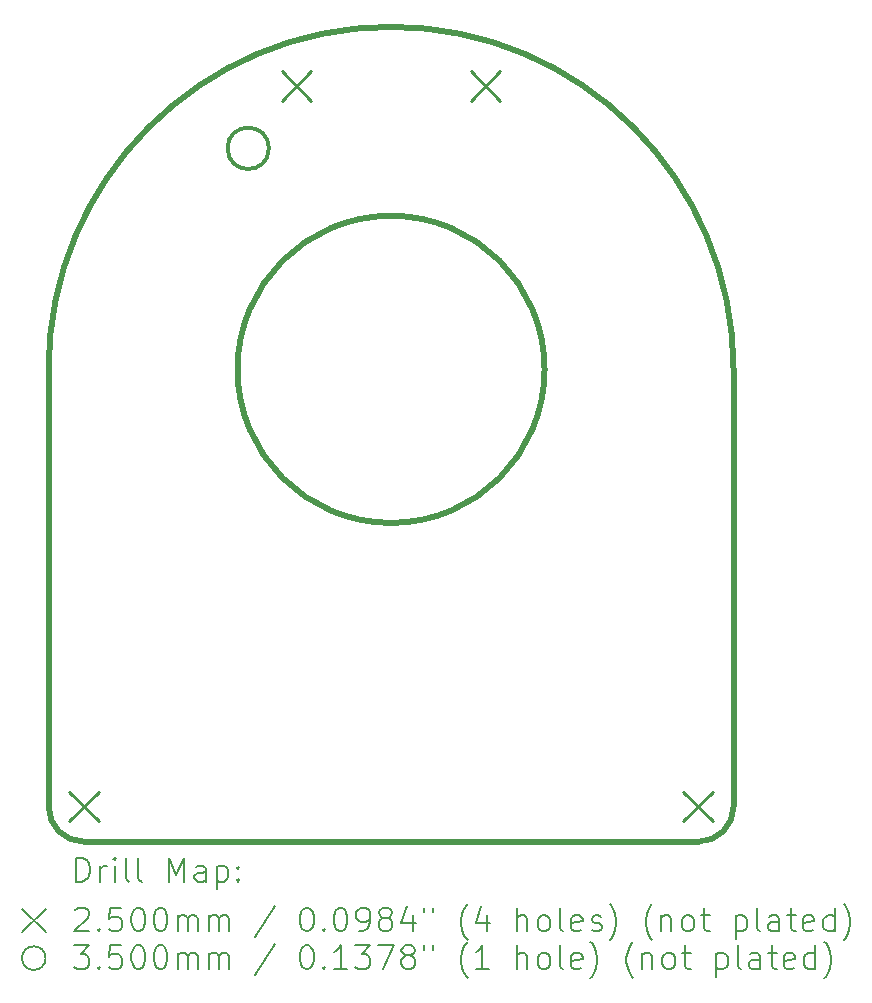
<source format=gbr>
%TF.GenerationSoftware,KiCad,Pcbnew,7.0.8*%
%TF.CreationDate,2024-02-21T14:15:14-03:00*%
%TF.ProjectId,Lidar PCB,4c696461-7220-4504-9342-2e6b69636164,1.0*%
%TF.SameCoordinates,Original*%
%TF.FileFunction,Drillmap*%
%TF.FilePolarity,Positive*%
%FSLAX45Y45*%
G04 Gerber Fmt 4.5, Leading zero omitted, Abs format (unit mm)*
G04 Created by KiCad (PCBNEW 7.0.8) date 2024-02-21 14:15:14*
%MOMM*%
%LPD*%
G01*
G04 APERTURE LIST*
%ADD10C,0.500000*%
%ADD11C,0.200000*%
%ADD12C,0.250000*%
%ADD13C,0.350000*%
G04 APERTURE END LIST*
D10*
X17600000Y-9000000D02*
G75*
G03*
X14700000Y-6100000I-2900000J0D01*
G01*
X16000000Y-9000000D02*
G75*
G03*
X16000000Y-9000000I-1300000J0D01*
G01*
X14700000Y-6100000D02*
G75*
G03*
X11800000Y-9000000I0J-2900000D01*
G01*
X11800000Y-12700000D02*
X11800000Y-9000000D01*
X11800000Y-12700000D02*
G75*
G03*
X12100000Y-13000000I300000J0D01*
G01*
X17300000Y-13000000D02*
X12100000Y-13000000D01*
X17300000Y-13000000D02*
G75*
G03*
X17600000Y-12700000I0J300000D01*
G01*
X17600000Y-12700000D02*
X17600000Y-9000000D01*
D11*
D12*
X11975000Y-12575000D02*
X12225000Y-12825000D01*
X12225000Y-12575000D02*
X11975000Y-12825000D01*
X13775000Y-6475000D02*
X14025000Y-6725000D01*
X14025000Y-6475000D02*
X13775000Y-6725000D01*
X15375000Y-6475000D02*
X15625000Y-6725000D01*
X15625000Y-6475000D02*
X15375000Y-6725000D01*
X17175000Y-12575000D02*
X17425000Y-12825000D01*
X17425000Y-12575000D02*
X17175000Y-12825000D01*
D13*
X13665600Y-7128943D02*
G75*
G03*
X13665600Y-7128943I-175000J0D01*
G01*
D11*
X12035777Y-13336484D02*
X12035777Y-13136484D01*
X12035777Y-13136484D02*
X12083396Y-13136484D01*
X12083396Y-13136484D02*
X12111967Y-13146008D01*
X12111967Y-13146008D02*
X12131015Y-13165055D01*
X12131015Y-13165055D02*
X12140539Y-13184103D01*
X12140539Y-13184103D02*
X12150062Y-13222198D01*
X12150062Y-13222198D02*
X12150062Y-13250769D01*
X12150062Y-13250769D02*
X12140539Y-13288865D01*
X12140539Y-13288865D02*
X12131015Y-13307912D01*
X12131015Y-13307912D02*
X12111967Y-13326960D01*
X12111967Y-13326960D02*
X12083396Y-13336484D01*
X12083396Y-13336484D02*
X12035777Y-13336484D01*
X12235777Y-13336484D02*
X12235777Y-13203150D01*
X12235777Y-13241246D02*
X12245301Y-13222198D01*
X12245301Y-13222198D02*
X12254824Y-13212674D01*
X12254824Y-13212674D02*
X12273872Y-13203150D01*
X12273872Y-13203150D02*
X12292920Y-13203150D01*
X12359586Y-13336484D02*
X12359586Y-13203150D01*
X12359586Y-13136484D02*
X12350062Y-13146008D01*
X12350062Y-13146008D02*
X12359586Y-13155531D01*
X12359586Y-13155531D02*
X12369110Y-13146008D01*
X12369110Y-13146008D02*
X12359586Y-13136484D01*
X12359586Y-13136484D02*
X12359586Y-13155531D01*
X12483396Y-13336484D02*
X12464348Y-13326960D01*
X12464348Y-13326960D02*
X12454824Y-13307912D01*
X12454824Y-13307912D02*
X12454824Y-13136484D01*
X12588158Y-13336484D02*
X12569110Y-13326960D01*
X12569110Y-13326960D02*
X12559586Y-13307912D01*
X12559586Y-13307912D02*
X12559586Y-13136484D01*
X12816729Y-13336484D02*
X12816729Y-13136484D01*
X12816729Y-13136484D02*
X12883396Y-13279341D01*
X12883396Y-13279341D02*
X12950062Y-13136484D01*
X12950062Y-13136484D02*
X12950062Y-13336484D01*
X13131015Y-13336484D02*
X13131015Y-13231722D01*
X13131015Y-13231722D02*
X13121491Y-13212674D01*
X13121491Y-13212674D02*
X13102443Y-13203150D01*
X13102443Y-13203150D02*
X13064348Y-13203150D01*
X13064348Y-13203150D02*
X13045301Y-13212674D01*
X13131015Y-13326960D02*
X13111967Y-13336484D01*
X13111967Y-13336484D02*
X13064348Y-13336484D01*
X13064348Y-13336484D02*
X13045301Y-13326960D01*
X13045301Y-13326960D02*
X13035777Y-13307912D01*
X13035777Y-13307912D02*
X13035777Y-13288865D01*
X13035777Y-13288865D02*
X13045301Y-13269817D01*
X13045301Y-13269817D02*
X13064348Y-13260293D01*
X13064348Y-13260293D02*
X13111967Y-13260293D01*
X13111967Y-13260293D02*
X13131015Y-13250769D01*
X13226253Y-13203150D02*
X13226253Y-13403150D01*
X13226253Y-13212674D02*
X13245301Y-13203150D01*
X13245301Y-13203150D02*
X13283396Y-13203150D01*
X13283396Y-13203150D02*
X13302443Y-13212674D01*
X13302443Y-13212674D02*
X13311967Y-13222198D01*
X13311967Y-13222198D02*
X13321491Y-13241246D01*
X13321491Y-13241246D02*
X13321491Y-13298388D01*
X13321491Y-13298388D02*
X13311967Y-13317436D01*
X13311967Y-13317436D02*
X13302443Y-13326960D01*
X13302443Y-13326960D02*
X13283396Y-13336484D01*
X13283396Y-13336484D02*
X13245301Y-13336484D01*
X13245301Y-13336484D02*
X13226253Y-13326960D01*
X13407205Y-13317436D02*
X13416729Y-13326960D01*
X13416729Y-13326960D02*
X13407205Y-13336484D01*
X13407205Y-13336484D02*
X13397682Y-13326960D01*
X13397682Y-13326960D02*
X13407205Y-13317436D01*
X13407205Y-13317436D02*
X13407205Y-13336484D01*
X13407205Y-13212674D02*
X13416729Y-13222198D01*
X13416729Y-13222198D02*
X13407205Y-13231722D01*
X13407205Y-13231722D02*
X13397682Y-13222198D01*
X13397682Y-13222198D02*
X13407205Y-13212674D01*
X13407205Y-13212674D02*
X13407205Y-13231722D01*
X11575000Y-13565000D02*
X11775000Y-13765000D01*
X11775000Y-13565000D02*
X11575000Y-13765000D01*
X12026253Y-13575531D02*
X12035777Y-13566008D01*
X12035777Y-13566008D02*
X12054824Y-13556484D01*
X12054824Y-13556484D02*
X12102443Y-13556484D01*
X12102443Y-13556484D02*
X12121491Y-13566008D01*
X12121491Y-13566008D02*
X12131015Y-13575531D01*
X12131015Y-13575531D02*
X12140539Y-13594579D01*
X12140539Y-13594579D02*
X12140539Y-13613627D01*
X12140539Y-13613627D02*
X12131015Y-13642198D01*
X12131015Y-13642198D02*
X12016729Y-13756484D01*
X12016729Y-13756484D02*
X12140539Y-13756484D01*
X12226253Y-13737436D02*
X12235777Y-13746960D01*
X12235777Y-13746960D02*
X12226253Y-13756484D01*
X12226253Y-13756484D02*
X12216729Y-13746960D01*
X12216729Y-13746960D02*
X12226253Y-13737436D01*
X12226253Y-13737436D02*
X12226253Y-13756484D01*
X12416729Y-13556484D02*
X12321491Y-13556484D01*
X12321491Y-13556484D02*
X12311967Y-13651722D01*
X12311967Y-13651722D02*
X12321491Y-13642198D01*
X12321491Y-13642198D02*
X12340539Y-13632674D01*
X12340539Y-13632674D02*
X12388158Y-13632674D01*
X12388158Y-13632674D02*
X12407205Y-13642198D01*
X12407205Y-13642198D02*
X12416729Y-13651722D01*
X12416729Y-13651722D02*
X12426253Y-13670769D01*
X12426253Y-13670769D02*
X12426253Y-13718388D01*
X12426253Y-13718388D02*
X12416729Y-13737436D01*
X12416729Y-13737436D02*
X12407205Y-13746960D01*
X12407205Y-13746960D02*
X12388158Y-13756484D01*
X12388158Y-13756484D02*
X12340539Y-13756484D01*
X12340539Y-13756484D02*
X12321491Y-13746960D01*
X12321491Y-13746960D02*
X12311967Y-13737436D01*
X12550062Y-13556484D02*
X12569110Y-13556484D01*
X12569110Y-13556484D02*
X12588158Y-13566008D01*
X12588158Y-13566008D02*
X12597682Y-13575531D01*
X12597682Y-13575531D02*
X12607205Y-13594579D01*
X12607205Y-13594579D02*
X12616729Y-13632674D01*
X12616729Y-13632674D02*
X12616729Y-13680293D01*
X12616729Y-13680293D02*
X12607205Y-13718388D01*
X12607205Y-13718388D02*
X12597682Y-13737436D01*
X12597682Y-13737436D02*
X12588158Y-13746960D01*
X12588158Y-13746960D02*
X12569110Y-13756484D01*
X12569110Y-13756484D02*
X12550062Y-13756484D01*
X12550062Y-13756484D02*
X12531015Y-13746960D01*
X12531015Y-13746960D02*
X12521491Y-13737436D01*
X12521491Y-13737436D02*
X12511967Y-13718388D01*
X12511967Y-13718388D02*
X12502443Y-13680293D01*
X12502443Y-13680293D02*
X12502443Y-13632674D01*
X12502443Y-13632674D02*
X12511967Y-13594579D01*
X12511967Y-13594579D02*
X12521491Y-13575531D01*
X12521491Y-13575531D02*
X12531015Y-13566008D01*
X12531015Y-13566008D02*
X12550062Y-13556484D01*
X12740539Y-13556484D02*
X12759586Y-13556484D01*
X12759586Y-13556484D02*
X12778634Y-13566008D01*
X12778634Y-13566008D02*
X12788158Y-13575531D01*
X12788158Y-13575531D02*
X12797682Y-13594579D01*
X12797682Y-13594579D02*
X12807205Y-13632674D01*
X12807205Y-13632674D02*
X12807205Y-13680293D01*
X12807205Y-13680293D02*
X12797682Y-13718388D01*
X12797682Y-13718388D02*
X12788158Y-13737436D01*
X12788158Y-13737436D02*
X12778634Y-13746960D01*
X12778634Y-13746960D02*
X12759586Y-13756484D01*
X12759586Y-13756484D02*
X12740539Y-13756484D01*
X12740539Y-13756484D02*
X12721491Y-13746960D01*
X12721491Y-13746960D02*
X12711967Y-13737436D01*
X12711967Y-13737436D02*
X12702443Y-13718388D01*
X12702443Y-13718388D02*
X12692920Y-13680293D01*
X12692920Y-13680293D02*
X12692920Y-13632674D01*
X12692920Y-13632674D02*
X12702443Y-13594579D01*
X12702443Y-13594579D02*
X12711967Y-13575531D01*
X12711967Y-13575531D02*
X12721491Y-13566008D01*
X12721491Y-13566008D02*
X12740539Y-13556484D01*
X12892920Y-13756484D02*
X12892920Y-13623150D01*
X12892920Y-13642198D02*
X12902443Y-13632674D01*
X12902443Y-13632674D02*
X12921491Y-13623150D01*
X12921491Y-13623150D02*
X12950063Y-13623150D01*
X12950063Y-13623150D02*
X12969110Y-13632674D01*
X12969110Y-13632674D02*
X12978634Y-13651722D01*
X12978634Y-13651722D02*
X12978634Y-13756484D01*
X12978634Y-13651722D02*
X12988158Y-13632674D01*
X12988158Y-13632674D02*
X13007205Y-13623150D01*
X13007205Y-13623150D02*
X13035777Y-13623150D01*
X13035777Y-13623150D02*
X13054824Y-13632674D01*
X13054824Y-13632674D02*
X13064348Y-13651722D01*
X13064348Y-13651722D02*
X13064348Y-13756484D01*
X13159586Y-13756484D02*
X13159586Y-13623150D01*
X13159586Y-13642198D02*
X13169110Y-13632674D01*
X13169110Y-13632674D02*
X13188158Y-13623150D01*
X13188158Y-13623150D02*
X13216729Y-13623150D01*
X13216729Y-13623150D02*
X13235777Y-13632674D01*
X13235777Y-13632674D02*
X13245301Y-13651722D01*
X13245301Y-13651722D02*
X13245301Y-13756484D01*
X13245301Y-13651722D02*
X13254824Y-13632674D01*
X13254824Y-13632674D02*
X13273872Y-13623150D01*
X13273872Y-13623150D02*
X13302443Y-13623150D01*
X13302443Y-13623150D02*
X13321491Y-13632674D01*
X13321491Y-13632674D02*
X13331015Y-13651722D01*
X13331015Y-13651722D02*
X13331015Y-13756484D01*
X13721491Y-13546960D02*
X13550063Y-13804103D01*
X13978634Y-13556484D02*
X13997682Y-13556484D01*
X13997682Y-13556484D02*
X14016729Y-13566008D01*
X14016729Y-13566008D02*
X14026253Y-13575531D01*
X14026253Y-13575531D02*
X14035777Y-13594579D01*
X14035777Y-13594579D02*
X14045301Y-13632674D01*
X14045301Y-13632674D02*
X14045301Y-13680293D01*
X14045301Y-13680293D02*
X14035777Y-13718388D01*
X14035777Y-13718388D02*
X14026253Y-13737436D01*
X14026253Y-13737436D02*
X14016729Y-13746960D01*
X14016729Y-13746960D02*
X13997682Y-13756484D01*
X13997682Y-13756484D02*
X13978634Y-13756484D01*
X13978634Y-13756484D02*
X13959586Y-13746960D01*
X13959586Y-13746960D02*
X13950063Y-13737436D01*
X13950063Y-13737436D02*
X13940539Y-13718388D01*
X13940539Y-13718388D02*
X13931015Y-13680293D01*
X13931015Y-13680293D02*
X13931015Y-13632674D01*
X13931015Y-13632674D02*
X13940539Y-13594579D01*
X13940539Y-13594579D02*
X13950063Y-13575531D01*
X13950063Y-13575531D02*
X13959586Y-13566008D01*
X13959586Y-13566008D02*
X13978634Y-13556484D01*
X14131015Y-13737436D02*
X14140539Y-13746960D01*
X14140539Y-13746960D02*
X14131015Y-13756484D01*
X14131015Y-13756484D02*
X14121491Y-13746960D01*
X14121491Y-13746960D02*
X14131015Y-13737436D01*
X14131015Y-13737436D02*
X14131015Y-13756484D01*
X14264348Y-13556484D02*
X14283396Y-13556484D01*
X14283396Y-13556484D02*
X14302444Y-13566008D01*
X14302444Y-13566008D02*
X14311967Y-13575531D01*
X14311967Y-13575531D02*
X14321491Y-13594579D01*
X14321491Y-13594579D02*
X14331015Y-13632674D01*
X14331015Y-13632674D02*
X14331015Y-13680293D01*
X14331015Y-13680293D02*
X14321491Y-13718388D01*
X14321491Y-13718388D02*
X14311967Y-13737436D01*
X14311967Y-13737436D02*
X14302444Y-13746960D01*
X14302444Y-13746960D02*
X14283396Y-13756484D01*
X14283396Y-13756484D02*
X14264348Y-13756484D01*
X14264348Y-13756484D02*
X14245301Y-13746960D01*
X14245301Y-13746960D02*
X14235777Y-13737436D01*
X14235777Y-13737436D02*
X14226253Y-13718388D01*
X14226253Y-13718388D02*
X14216729Y-13680293D01*
X14216729Y-13680293D02*
X14216729Y-13632674D01*
X14216729Y-13632674D02*
X14226253Y-13594579D01*
X14226253Y-13594579D02*
X14235777Y-13575531D01*
X14235777Y-13575531D02*
X14245301Y-13566008D01*
X14245301Y-13566008D02*
X14264348Y-13556484D01*
X14426253Y-13756484D02*
X14464348Y-13756484D01*
X14464348Y-13756484D02*
X14483396Y-13746960D01*
X14483396Y-13746960D02*
X14492920Y-13737436D01*
X14492920Y-13737436D02*
X14511967Y-13708865D01*
X14511967Y-13708865D02*
X14521491Y-13670769D01*
X14521491Y-13670769D02*
X14521491Y-13594579D01*
X14521491Y-13594579D02*
X14511967Y-13575531D01*
X14511967Y-13575531D02*
X14502444Y-13566008D01*
X14502444Y-13566008D02*
X14483396Y-13556484D01*
X14483396Y-13556484D02*
X14445301Y-13556484D01*
X14445301Y-13556484D02*
X14426253Y-13566008D01*
X14426253Y-13566008D02*
X14416729Y-13575531D01*
X14416729Y-13575531D02*
X14407206Y-13594579D01*
X14407206Y-13594579D02*
X14407206Y-13642198D01*
X14407206Y-13642198D02*
X14416729Y-13661246D01*
X14416729Y-13661246D02*
X14426253Y-13670769D01*
X14426253Y-13670769D02*
X14445301Y-13680293D01*
X14445301Y-13680293D02*
X14483396Y-13680293D01*
X14483396Y-13680293D02*
X14502444Y-13670769D01*
X14502444Y-13670769D02*
X14511967Y-13661246D01*
X14511967Y-13661246D02*
X14521491Y-13642198D01*
X14635777Y-13642198D02*
X14616729Y-13632674D01*
X14616729Y-13632674D02*
X14607206Y-13623150D01*
X14607206Y-13623150D02*
X14597682Y-13604103D01*
X14597682Y-13604103D02*
X14597682Y-13594579D01*
X14597682Y-13594579D02*
X14607206Y-13575531D01*
X14607206Y-13575531D02*
X14616729Y-13566008D01*
X14616729Y-13566008D02*
X14635777Y-13556484D01*
X14635777Y-13556484D02*
X14673872Y-13556484D01*
X14673872Y-13556484D02*
X14692920Y-13566008D01*
X14692920Y-13566008D02*
X14702444Y-13575531D01*
X14702444Y-13575531D02*
X14711967Y-13594579D01*
X14711967Y-13594579D02*
X14711967Y-13604103D01*
X14711967Y-13604103D02*
X14702444Y-13623150D01*
X14702444Y-13623150D02*
X14692920Y-13632674D01*
X14692920Y-13632674D02*
X14673872Y-13642198D01*
X14673872Y-13642198D02*
X14635777Y-13642198D01*
X14635777Y-13642198D02*
X14616729Y-13651722D01*
X14616729Y-13651722D02*
X14607206Y-13661246D01*
X14607206Y-13661246D02*
X14597682Y-13680293D01*
X14597682Y-13680293D02*
X14597682Y-13718388D01*
X14597682Y-13718388D02*
X14607206Y-13737436D01*
X14607206Y-13737436D02*
X14616729Y-13746960D01*
X14616729Y-13746960D02*
X14635777Y-13756484D01*
X14635777Y-13756484D02*
X14673872Y-13756484D01*
X14673872Y-13756484D02*
X14692920Y-13746960D01*
X14692920Y-13746960D02*
X14702444Y-13737436D01*
X14702444Y-13737436D02*
X14711967Y-13718388D01*
X14711967Y-13718388D02*
X14711967Y-13680293D01*
X14711967Y-13680293D02*
X14702444Y-13661246D01*
X14702444Y-13661246D02*
X14692920Y-13651722D01*
X14692920Y-13651722D02*
X14673872Y-13642198D01*
X14883396Y-13623150D02*
X14883396Y-13756484D01*
X14835777Y-13546960D02*
X14788158Y-13689817D01*
X14788158Y-13689817D02*
X14911967Y-13689817D01*
X14978634Y-13556484D02*
X14978634Y-13594579D01*
X15054825Y-13556484D02*
X15054825Y-13594579D01*
X15350063Y-13832674D02*
X15340539Y-13823150D01*
X15340539Y-13823150D02*
X15321491Y-13794579D01*
X15321491Y-13794579D02*
X15311968Y-13775531D01*
X15311968Y-13775531D02*
X15302444Y-13746960D01*
X15302444Y-13746960D02*
X15292920Y-13699341D01*
X15292920Y-13699341D02*
X15292920Y-13661246D01*
X15292920Y-13661246D02*
X15302444Y-13613627D01*
X15302444Y-13613627D02*
X15311968Y-13585055D01*
X15311968Y-13585055D02*
X15321491Y-13566008D01*
X15321491Y-13566008D02*
X15340539Y-13537436D01*
X15340539Y-13537436D02*
X15350063Y-13527912D01*
X15511968Y-13623150D02*
X15511968Y-13756484D01*
X15464348Y-13546960D02*
X15416729Y-13689817D01*
X15416729Y-13689817D02*
X15540539Y-13689817D01*
X15769110Y-13756484D02*
X15769110Y-13556484D01*
X15854825Y-13756484D02*
X15854825Y-13651722D01*
X15854825Y-13651722D02*
X15845301Y-13632674D01*
X15845301Y-13632674D02*
X15826253Y-13623150D01*
X15826253Y-13623150D02*
X15797682Y-13623150D01*
X15797682Y-13623150D02*
X15778634Y-13632674D01*
X15778634Y-13632674D02*
X15769110Y-13642198D01*
X15978634Y-13756484D02*
X15959587Y-13746960D01*
X15959587Y-13746960D02*
X15950063Y-13737436D01*
X15950063Y-13737436D02*
X15940539Y-13718388D01*
X15940539Y-13718388D02*
X15940539Y-13661246D01*
X15940539Y-13661246D02*
X15950063Y-13642198D01*
X15950063Y-13642198D02*
X15959587Y-13632674D01*
X15959587Y-13632674D02*
X15978634Y-13623150D01*
X15978634Y-13623150D02*
X16007206Y-13623150D01*
X16007206Y-13623150D02*
X16026253Y-13632674D01*
X16026253Y-13632674D02*
X16035777Y-13642198D01*
X16035777Y-13642198D02*
X16045301Y-13661246D01*
X16045301Y-13661246D02*
X16045301Y-13718388D01*
X16045301Y-13718388D02*
X16035777Y-13737436D01*
X16035777Y-13737436D02*
X16026253Y-13746960D01*
X16026253Y-13746960D02*
X16007206Y-13756484D01*
X16007206Y-13756484D02*
X15978634Y-13756484D01*
X16159587Y-13756484D02*
X16140539Y-13746960D01*
X16140539Y-13746960D02*
X16131015Y-13727912D01*
X16131015Y-13727912D02*
X16131015Y-13556484D01*
X16311968Y-13746960D02*
X16292920Y-13756484D01*
X16292920Y-13756484D02*
X16254825Y-13756484D01*
X16254825Y-13756484D02*
X16235777Y-13746960D01*
X16235777Y-13746960D02*
X16226253Y-13727912D01*
X16226253Y-13727912D02*
X16226253Y-13651722D01*
X16226253Y-13651722D02*
X16235777Y-13632674D01*
X16235777Y-13632674D02*
X16254825Y-13623150D01*
X16254825Y-13623150D02*
X16292920Y-13623150D01*
X16292920Y-13623150D02*
X16311968Y-13632674D01*
X16311968Y-13632674D02*
X16321491Y-13651722D01*
X16321491Y-13651722D02*
X16321491Y-13670769D01*
X16321491Y-13670769D02*
X16226253Y-13689817D01*
X16397682Y-13746960D02*
X16416730Y-13756484D01*
X16416730Y-13756484D02*
X16454825Y-13756484D01*
X16454825Y-13756484D02*
X16473872Y-13746960D01*
X16473872Y-13746960D02*
X16483396Y-13727912D01*
X16483396Y-13727912D02*
X16483396Y-13718388D01*
X16483396Y-13718388D02*
X16473872Y-13699341D01*
X16473872Y-13699341D02*
X16454825Y-13689817D01*
X16454825Y-13689817D02*
X16426253Y-13689817D01*
X16426253Y-13689817D02*
X16407206Y-13680293D01*
X16407206Y-13680293D02*
X16397682Y-13661246D01*
X16397682Y-13661246D02*
X16397682Y-13651722D01*
X16397682Y-13651722D02*
X16407206Y-13632674D01*
X16407206Y-13632674D02*
X16426253Y-13623150D01*
X16426253Y-13623150D02*
X16454825Y-13623150D01*
X16454825Y-13623150D02*
X16473872Y-13632674D01*
X16550063Y-13832674D02*
X16559587Y-13823150D01*
X16559587Y-13823150D02*
X16578634Y-13794579D01*
X16578634Y-13794579D02*
X16588158Y-13775531D01*
X16588158Y-13775531D02*
X16597682Y-13746960D01*
X16597682Y-13746960D02*
X16607206Y-13699341D01*
X16607206Y-13699341D02*
X16607206Y-13661246D01*
X16607206Y-13661246D02*
X16597682Y-13613627D01*
X16597682Y-13613627D02*
X16588158Y-13585055D01*
X16588158Y-13585055D02*
X16578634Y-13566008D01*
X16578634Y-13566008D02*
X16559587Y-13537436D01*
X16559587Y-13537436D02*
X16550063Y-13527912D01*
X16911968Y-13832674D02*
X16902444Y-13823150D01*
X16902444Y-13823150D02*
X16883396Y-13794579D01*
X16883396Y-13794579D02*
X16873873Y-13775531D01*
X16873873Y-13775531D02*
X16864349Y-13746960D01*
X16864349Y-13746960D02*
X16854825Y-13699341D01*
X16854825Y-13699341D02*
X16854825Y-13661246D01*
X16854825Y-13661246D02*
X16864349Y-13613627D01*
X16864349Y-13613627D02*
X16873873Y-13585055D01*
X16873873Y-13585055D02*
X16883396Y-13566008D01*
X16883396Y-13566008D02*
X16902444Y-13537436D01*
X16902444Y-13537436D02*
X16911968Y-13527912D01*
X16988158Y-13623150D02*
X16988158Y-13756484D01*
X16988158Y-13642198D02*
X16997682Y-13632674D01*
X16997682Y-13632674D02*
X17016730Y-13623150D01*
X17016730Y-13623150D02*
X17045301Y-13623150D01*
X17045301Y-13623150D02*
X17064349Y-13632674D01*
X17064349Y-13632674D02*
X17073873Y-13651722D01*
X17073873Y-13651722D02*
X17073873Y-13756484D01*
X17197682Y-13756484D02*
X17178634Y-13746960D01*
X17178634Y-13746960D02*
X17169111Y-13737436D01*
X17169111Y-13737436D02*
X17159587Y-13718388D01*
X17159587Y-13718388D02*
X17159587Y-13661246D01*
X17159587Y-13661246D02*
X17169111Y-13642198D01*
X17169111Y-13642198D02*
X17178634Y-13632674D01*
X17178634Y-13632674D02*
X17197682Y-13623150D01*
X17197682Y-13623150D02*
X17226254Y-13623150D01*
X17226254Y-13623150D02*
X17245301Y-13632674D01*
X17245301Y-13632674D02*
X17254825Y-13642198D01*
X17254825Y-13642198D02*
X17264349Y-13661246D01*
X17264349Y-13661246D02*
X17264349Y-13718388D01*
X17264349Y-13718388D02*
X17254825Y-13737436D01*
X17254825Y-13737436D02*
X17245301Y-13746960D01*
X17245301Y-13746960D02*
X17226254Y-13756484D01*
X17226254Y-13756484D02*
X17197682Y-13756484D01*
X17321492Y-13623150D02*
X17397682Y-13623150D01*
X17350063Y-13556484D02*
X17350063Y-13727912D01*
X17350063Y-13727912D02*
X17359587Y-13746960D01*
X17359587Y-13746960D02*
X17378634Y-13756484D01*
X17378634Y-13756484D02*
X17397682Y-13756484D01*
X17616730Y-13623150D02*
X17616730Y-13823150D01*
X17616730Y-13632674D02*
X17635777Y-13623150D01*
X17635777Y-13623150D02*
X17673873Y-13623150D01*
X17673873Y-13623150D02*
X17692920Y-13632674D01*
X17692920Y-13632674D02*
X17702444Y-13642198D01*
X17702444Y-13642198D02*
X17711968Y-13661246D01*
X17711968Y-13661246D02*
X17711968Y-13718388D01*
X17711968Y-13718388D02*
X17702444Y-13737436D01*
X17702444Y-13737436D02*
X17692920Y-13746960D01*
X17692920Y-13746960D02*
X17673873Y-13756484D01*
X17673873Y-13756484D02*
X17635777Y-13756484D01*
X17635777Y-13756484D02*
X17616730Y-13746960D01*
X17826254Y-13756484D02*
X17807206Y-13746960D01*
X17807206Y-13746960D02*
X17797682Y-13727912D01*
X17797682Y-13727912D02*
X17797682Y-13556484D01*
X17988158Y-13756484D02*
X17988158Y-13651722D01*
X17988158Y-13651722D02*
X17978635Y-13632674D01*
X17978635Y-13632674D02*
X17959587Y-13623150D01*
X17959587Y-13623150D02*
X17921492Y-13623150D01*
X17921492Y-13623150D02*
X17902444Y-13632674D01*
X17988158Y-13746960D02*
X17969111Y-13756484D01*
X17969111Y-13756484D02*
X17921492Y-13756484D01*
X17921492Y-13756484D02*
X17902444Y-13746960D01*
X17902444Y-13746960D02*
X17892920Y-13727912D01*
X17892920Y-13727912D02*
X17892920Y-13708865D01*
X17892920Y-13708865D02*
X17902444Y-13689817D01*
X17902444Y-13689817D02*
X17921492Y-13680293D01*
X17921492Y-13680293D02*
X17969111Y-13680293D01*
X17969111Y-13680293D02*
X17988158Y-13670769D01*
X18054825Y-13623150D02*
X18131015Y-13623150D01*
X18083396Y-13556484D02*
X18083396Y-13727912D01*
X18083396Y-13727912D02*
X18092920Y-13746960D01*
X18092920Y-13746960D02*
X18111968Y-13756484D01*
X18111968Y-13756484D02*
X18131015Y-13756484D01*
X18273873Y-13746960D02*
X18254825Y-13756484D01*
X18254825Y-13756484D02*
X18216730Y-13756484D01*
X18216730Y-13756484D02*
X18197682Y-13746960D01*
X18197682Y-13746960D02*
X18188158Y-13727912D01*
X18188158Y-13727912D02*
X18188158Y-13651722D01*
X18188158Y-13651722D02*
X18197682Y-13632674D01*
X18197682Y-13632674D02*
X18216730Y-13623150D01*
X18216730Y-13623150D02*
X18254825Y-13623150D01*
X18254825Y-13623150D02*
X18273873Y-13632674D01*
X18273873Y-13632674D02*
X18283396Y-13651722D01*
X18283396Y-13651722D02*
X18283396Y-13670769D01*
X18283396Y-13670769D02*
X18188158Y-13689817D01*
X18454825Y-13756484D02*
X18454825Y-13556484D01*
X18454825Y-13746960D02*
X18435777Y-13756484D01*
X18435777Y-13756484D02*
X18397682Y-13756484D01*
X18397682Y-13756484D02*
X18378635Y-13746960D01*
X18378635Y-13746960D02*
X18369111Y-13737436D01*
X18369111Y-13737436D02*
X18359587Y-13718388D01*
X18359587Y-13718388D02*
X18359587Y-13661246D01*
X18359587Y-13661246D02*
X18369111Y-13642198D01*
X18369111Y-13642198D02*
X18378635Y-13632674D01*
X18378635Y-13632674D02*
X18397682Y-13623150D01*
X18397682Y-13623150D02*
X18435777Y-13623150D01*
X18435777Y-13623150D02*
X18454825Y-13632674D01*
X18531016Y-13832674D02*
X18540539Y-13823150D01*
X18540539Y-13823150D02*
X18559587Y-13794579D01*
X18559587Y-13794579D02*
X18569111Y-13775531D01*
X18569111Y-13775531D02*
X18578635Y-13746960D01*
X18578635Y-13746960D02*
X18588158Y-13699341D01*
X18588158Y-13699341D02*
X18588158Y-13661246D01*
X18588158Y-13661246D02*
X18578635Y-13613627D01*
X18578635Y-13613627D02*
X18569111Y-13585055D01*
X18569111Y-13585055D02*
X18559587Y-13566008D01*
X18559587Y-13566008D02*
X18540539Y-13537436D01*
X18540539Y-13537436D02*
X18531016Y-13527912D01*
X11775000Y-13985000D02*
G75*
G03*
X11775000Y-13985000I-100000J0D01*
G01*
X12016729Y-13876484D02*
X12140539Y-13876484D01*
X12140539Y-13876484D02*
X12073872Y-13952674D01*
X12073872Y-13952674D02*
X12102443Y-13952674D01*
X12102443Y-13952674D02*
X12121491Y-13962198D01*
X12121491Y-13962198D02*
X12131015Y-13971722D01*
X12131015Y-13971722D02*
X12140539Y-13990769D01*
X12140539Y-13990769D02*
X12140539Y-14038388D01*
X12140539Y-14038388D02*
X12131015Y-14057436D01*
X12131015Y-14057436D02*
X12121491Y-14066960D01*
X12121491Y-14066960D02*
X12102443Y-14076484D01*
X12102443Y-14076484D02*
X12045301Y-14076484D01*
X12045301Y-14076484D02*
X12026253Y-14066960D01*
X12026253Y-14066960D02*
X12016729Y-14057436D01*
X12226253Y-14057436D02*
X12235777Y-14066960D01*
X12235777Y-14066960D02*
X12226253Y-14076484D01*
X12226253Y-14076484D02*
X12216729Y-14066960D01*
X12216729Y-14066960D02*
X12226253Y-14057436D01*
X12226253Y-14057436D02*
X12226253Y-14076484D01*
X12416729Y-13876484D02*
X12321491Y-13876484D01*
X12321491Y-13876484D02*
X12311967Y-13971722D01*
X12311967Y-13971722D02*
X12321491Y-13962198D01*
X12321491Y-13962198D02*
X12340539Y-13952674D01*
X12340539Y-13952674D02*
X12388158Y-13952674D01*
X12388158Y-13952674D02*
X12407205Y-13962198D01*
X12407205Y-13962198D02*
X12416729Y-13971722D01*
X12416729Y-13971722D02*
X12426253Y-13990769D01*
X12426253Y-13990769D02*
X12426253Y-14038388D01*
X12426253Y-14038388D02*
X12416729Y-14057436D01*
X12416729Y-14057436D02*
X12407205Y-14066960D01*
X12407205Y-14066960D02*
X12388158Y-14076484D01*
X12388158Y-14076484D02*
X12340539Y-14076484D01*
X12340539Y-14076484D02*
X12321491Y-14066960D01*
X12321491Y-14066960D02*
X12311967Y-14057436D01*
X12550062Y-13876484D02*
X12569110Y-13876484D01*
X12569110Y-13876484D02*
X12588158Y-13886008D01*
X12588158Y-13886008D02*
X12597682Y-13895531D01*
X12597682Y-13895531D02*
X12607205Y-13914579D01*
X12607205Y-13914579D02*
X12616729Y-13952674D01*
X12616729Y-13952674D02*
X12616729Y-14000293D01*
X12616729Y-14000293D02*
X12607205Y-14038388D01*
X12607205Y-14038388D02*
X12597682Y-14057436D01*
X12597682Y-14057436D02*
X12588158Y-14066960D01*
X12588158Y-14066960D02*
X12569110Y-14076484D01*
X12569110Y-14076484D02*
X12550062Y-14076484D01*
X12550062Y-14076484D02*
X12531015Y-14066960D01*
X12531015Y-14066960D02*
X12521491Y-14057436D01*
X12521491Y-14057436D02*
X12511967Y-14038388D01*
X12511967Y-14038388D02*
X12502443Y-14000293D01*
X12502443Y-14000293D02*
X12502443Y-13952674D01*
X12502443Y-13952674D02*
X12511967Y-13914579D01*
X12511967Y-13914579D02*
X12521491Y-13895531D01*
X12521491Y-13895531D02*
X12531015Y-13886008D01*
X12531015Y-13886008D02*
X12550062Y-13876484D01*
X12740539Y-13876484D02*
X12759586Y-13876484D01*
X12759586Y-13876484D02*
X12778634Y-13886008D01*
X12778634Y-13886008D02*
X12788158Y-13895531D01*
X12788158Y-13895531D02*
X12797682Y-13914579D01*
X12797682Y-13914579D02*
X12807205Y-13952674D01*
X12807205Y-13952674D02*
X12807205Y-14000293D01*
X12807205Y-14000293D02*
X12797682Y-14038388D01*
X12797682Y-14038388D02*
X12788158Y-14057436D01*
X12788158Y-14057436D02*
X12778634Y-14066960D01*
X12778634Y-14066960D02*
X12759586Y-14076484D01*
X12759586Y-14076484D02*
X12740539Y-14076484D01*
X12740539Y-14076484D02*
X12721491Y-14066960D01*
X12721491Y-14066960D02*
X12711967Y-14057436D01*
X12711967Y-14057436D02*
X12702443Y-14038388D01*
X12702443Y-14038388D02*
X12692920Y-14000293D01*
X12692920Y-14000293D02*
X12692920Y-13952674D01*
X12692920Y-13952674D02*
X12702443Y-13914579D01*
X12702443Y-13914579D02*
X12711967Y-13895531D01*
X12711967Y-13895531D02*
X12721491Y-13886008D01*
X12721491Y-13886008D02*
X12740539Y-13876484D01*
X12892920Y-14076484D02*
X12892920Y-13943150D01*
X12892920Y-13962198D02*
X12902443Y-13952674D01*
X12902443Y-13952674D02*
X12921491Y-13943150D01*
X12921491Y-13943150D02*
X12950063Y-13943150D01*
X12950063Y-13943150D02*
X12969110Y-13952674D01*
X12969110Y-13952674D02*
X12978634Y-13971722D01*
X12978634Y-13971722D02*
X12978634Y-14076484D01*
X12978634Y-13971722D02*
X12988158Y-13952674D01*
X12988158Y-13952674D02*
X13007205Y-13943150D01*
X13007205Y-13943150D02*
X13035777Y-13943150D01*
X13035777Y-13943150D02*
X13054824Y-13952674D01*
X13054824Y-13952674D02*
X13064348Y-13971722D01*
X13064348Y-13971722D02*
X13064348Y-14076484D01*
X13159586Y-14076484D02*
X13159586Y-13943150D01*
X13159586Y-13962198D02*
X13169110Y-13952674D01*
X13169110Y-13952674D02*
X13188158Y-13943150D01*
X13188158Y-13943150D02*
X13216729Y-13943150D01*
X13216729Y-13943150D02*
X13235777Y-13952674D01*
X13235777Y-13952674D02*
X13245301Y-13971722D01*
X13245301Y-13971722D02*
X13245301Y-14076484D01*
X13245301Y-13971722D02*
X13254824Y-13952674D01*
X13254824Y-13952674D02*
X13273872Y-13943150D01*
X13273872Y-13943150D02*
X13302443Y-13943150D01*
X13302443Y-13943150D02*
X13321491Y-13952674D01*
X13321491Y-13952674D02*
X13331015Y-13971722D01*
X13331015Y-13971722D02*
X13331015Y-14076484D01*
X13721491Y-13866960D02*
X13550063Y-14124103D01*
X13978634Y-13876484D02*
X13997682Y-13876484D01*
X13997682Y-13876484D02*
X14016729Y-13886008D01*
X14016729Y-13886008D02*
X14026253Y-13895531D01*
X14026253Y-13895531D02*
X14035777Y-13914579D01*
X14035777Y-13914579D02*
X14045301Y-13952674D01*
X14045301Y-13952674D02*
X14045301Y-14000293D01*
X14045301Y-14000293D02*
X14035777Y-14038388D01*
X14035777Y-14038388D02*
X14026253Y-14057436D01*
X14026253Y-14057436D02*
X14016729Y-14066960D01*
X14016729Y-14066960D02*
X13997682Y-14076484D01*
X13997682Y-14076484D02*
X13978634Y-14076484D01*
X13978634Y-14076484D02*
X13959586Y-14066960D01*
X13959586Y-14066960D02*
X13950063Y-14057436D01*
X13950063Y-14057436D02*
X13940539Y-14038388D01*
X13940539Y-14038388D02*
X13931015Y-14000293D01*
X13931015Y-14000293D02*
X13931015Y-13952674D01*
X13931015Y-13952674D02*
X13940539Y-13914579D01*
X13940539Y-13914579D02*
X13950063Y-13895531D01*
X13950063Y-13895531D02*
X13959586Y-13886008D01*
X13959586Y-13886008D02*
X13978634Y-13876484D01*
X14131015Y-14057436D02*
X14140539Y-14066960D01*
X14140539Y-14066960D02*
X14131015Y-14076484D01*
X14131015Y-14076484D02*
X14121491Y-14066960D01*
X14121491Y-14066960D02*
X14131015Y-14057436D01*
X14131015Y-14057436D02*
X14131015Y-14076484D01*
X14331015Y-14076484D02*
X14216729Y-14076484D01*
X14273872Y-14076484D02*
X14273872Y-13876484D01*
X14273872Y-13876484D02*
X14254825Y-13905055D01*
X14254825Y-13905055D02*
X14235777Y-13924103D01*
X14235777Y-13924103D02*
X14216729Y-13933627D01*
X14397682Y-13876484D02*
X14521491Y-13876484D01*
X14521491Y-13876484D02*
X14454825Y-13952674D01*
X14454825Y-13952674D02*
X14483396Y-13952674D01*
X14483396Y-13952674D02*
X14502444Y-13962198D01*
X14502444Y-13962198D02*
X14511967Y-13971722D01*
X14511967Y-13971722D02*
X14521491Y-13990769D01*
X14521491Y-13990769D02*
X14521491Y-14038388D01*
X14521491Y-14038388D02*
X14511967Y-14057436D01*
X14511967Y-14057436D02*
X14502444Y-14066960D01*
X14502444Y-14066960D02*
X14483396Y-14076484D01*
X14483396Y-14076484D02*
X14426253Y-14076484D01*
X14426253Y-14076484D02*
X14407206Y-14066960D01*
X14407206Y-14066960D02*
X14397682Y-14057436D01*
X14588158Y-13876484D02*
X14721491Y-13876484D01*
X14721491Y-13876484D02*
X14635777Y-14076484D01*
X14826253Y-13962198D02*
X14807206Y-13952674D01*
X14807206Y-13952674D02*
X14797682Y-13943150D01*
X14797682Y-13943150D02*
X14788158Y-13924103D01*
X14788158Y-13924103D02*
X14788158Y-13914579D01*
X14788158Y-13914579D02*
X14797682Y-13895531D01*
X14797682Y-13895531D02*
X14807206Y-13886008D01*
X14807206Y-13886008D02*
X14826253Y-13876484D01*
X14826253Y-13876484D02*
X14864348Y-13876484D01*
X14864348Y-13876484D02*
X14883396Y-13886008D01*
X14883396Y-13886008D02*
X14892920Y-13895531D01*
X14892920Y-13895531D02*
X14902444Y-13914579D01*
X14902444Y-13914579D02*
X14902444Y-13924103D01*
X14902444Y-13924103D02*
X14892920Y-13943150D01*
X14892920Y-13943150D02*
X14883396Y-13952674D01*
X14883396Y-13952674D02*
X14864348Y-13962198D01*
X14864348Y-13962198D02*
X14826253Y-13962198D01*
X14826253Y-13962198D02*
X14807206Y-13971722D01*
X14807206Y-13971722D02*
X14797682Y-13981246D01*
X14797682Y-13981246D02*
X14788158Y-14000293D01*
X14788158Y-14000293D02*
X14788158Y-14038388D01*
X14788158Y-14038388D02*
X14797682Y-14057436D01*
X14797682Y-14057436D02*
X14807206Y-14066960D01*
X14807206Y-14066960D02*
X14826253Y-14076484D01*
X14826253Y-14076484D02*
X14864348Y-14076484D01*
X14864348Y-14076484D02*
X14883396Y-14066960D01*
X14883396Y-14066960D02*
X14892920Y-14057436D01*
X14892920Y-14057436D02*
X14902444Y-14038388D01*
X14902444Y-14038388D02*
X14902444Y-14000293D01*
X14902444Y-14000293D02*
X14892920Y-13981246D01*
X14892920Y-13981246D02*
X14883396Y-13971722D01*
X14883396Y-13971722D02*
X14864348Y-13962198D01*
X14978634Y-13876484D02*
X14978634Y-13914579D01*
X15054825Y-13876484D02*
X15054825Y-13914579D01*
X15350063Y-14152674D02*
X15340539Y-14143150D01*
X15340539Y-14143150D02*
X15321491Y-14114579D01*
X15321491Y-14114579D02*
X15311968Y-14095531D01*
X15311968Y-14095531D02*
X15302444Y-14066960D01*
X15302444Y-14066960D02*
X15292920Y-14019341D01*
X15292920Y-14019341D02*
X15292920Y-13981246D01*
X15292920Y-13981246D02*
X15302444Y-13933627D01*
X15302444Y-13933627D02*
X15311968Y-13905055D01*
X15311968Y-13905055D02*
X15321491Y-13886008D01*
X15321491Y-13886008D02*
X15340539Y-13857436D01*
X15340539Y-13857436D02*
X15350063Y-13847912D01*
X15531015Y-14076484D02*
X15416729Y-14076484D01*
X15473872Y-14076484D02*
X15473872Y-13876484D01*
X15473872Y-13876484D02*
X15454825Y-13905055D01*
X15454825Y-13905055D02*
X15435777Y-13924103D01*
X15435777Y-13924103D02*
X15416729Y-13933627D01*
X15769110Y-14076484D02*
X15769110Y-13876484D01*
X15854825Y-14076484D02*
X15854825Y-13971722D01*
X15854825Y-13971722D02*
X15845301Y-13952674D01*
X15845301Y-13952674D02*
X15826253Y-13943150D01*
X15826253Y-13943150D02*
X15797682Y-13943150D01*
X15797682Y-13943150D02*
X15778634Y-13952674D01*
X15778634Y-13952674D02*
X15769110Y-13962198D01*
X15978634Y-14076484D02*
X15959587Y-14066960D01*
X15959587Y-14066960D02*
X15950063Y-14057436D01*
X15950063Y-14057436D02*
X15940539Y-14038388D01*
X15940539Y-14038388D02*
X15940539Y-13981246D01*
X15940539Y-13981246D02*
X15950063Y-13962198D01*
X15950063Y-13962198D02*
X15959587Y-13952674D01*
X15959587Y-13952674D02*
X15978634Y-13943150D01*
X15978634Y-13943150D02*
X16007206Y-13943150D01*
X16007206Y-13943150D02*
X16026253Y-13952674D01*
X16026253Y-13952674D02*
X16035777Y-13962198D01*
X16035777Y-13962198D02*
X16045301Y-13981246D01*
X16045301Y-13981246D02*
X16045301Y-14038388D01*
X16045301Y-14038388D02*
X16035777Y-14057436D01*
X16035777Y-14057436D02*
X16026253Y-14066960D01*
X16026253Y-14066960D02*
X16007206Y-14076484D01*
X16007206Y-14076484D02*
X15978634Y-14076484D01*
X16159587Y-14076484D02*
X16140539Y-14066960D01*
X16140539Y-14066960D02*
X16131015Y-14047912D01*
X16131015Y-14047912D02*
X16131015Y-13876484D01*
X16311968Y-14066960D02*
X16292920Y-14076484D01*
X16292920Y-14076484D02*
X16254825Y-14076484D01*
X16254825Y-14076484D02*
X16235777Y-14066960D01*
X16235777Y-14066960D02*
X16226253Y-14047912D01*
X16226253Y-14047912D02*
X16226253Y-13971722D01*
X16226253Y-13971722D02*
X16235777Y-13952674D01*
X16235777Y-13952674D02*
X16254825Y-13943150D01*
X16254825Y-13943150D02*
X16292920Y-13943150D01*
X16292920Y-13943150D02*
X16311968Y-13952674D01*
X16311968Y-13952674D02*
X16321491Y-13971722D01*
X16321491Y-13971722D02*
X16321491Y-13990769D01*
X16321491Y-13990769D02*
X16226253Y-14009817D01*
X16388158Y-14152674D02*
X16397682Y-14143150D01*
X16397682Y-14143150D02*
X16416730Y-14114579D01*
X16416730Y-14114579D02*
X16426253Y-14095531D01*
X16426253Y-14095531D02*
X16435777Y-14066960D01*
X16435777Y-14066960D02*
X16445301Y-14019341D01*
X16445301Y-14019341D02*
X16445301Y-13981246D01*
X16445301Y-13981246D02*
X16435777Y-13933627D01*
X16435777Y-13933627D02*
X16426253Y-13905055D01*
X16426253Y-13905055D02*
X16416730Y-13886008D01*
X16416730Y-13886008D02*
X16397682Y-13857436D01*
X16397682Y-13857436D02*
X16388158Y-13847912D01*
X16750063Y-14152674D02*
X16740539Y-14143150D01*
X16740539Y-14143150D02*
X16721491Y-14114579D01*
X16721491Y-14114579D02*
X16711968Y-14095531D01*
X16711968Y-14095531D02*
X16702444Y-14066960D01*
X16702444Y-14066960D02*
X16692920Y-14019341D01*
X16692920Y-14019341D02*
X16692920Y-13981246D01*
X16692920Y-13981246D02*
X16702444Y-13933627D01*
X16702444Y-13933627D02*
X16711968Y-13905055D01*
X16711968Y-13905055D02*
X16721491Y-13886008D01*
X16721491Y-13886008D02*
X16740539Y-13857436D01*
X16740539Y-13857436D02*
X16750063Y-13847912D01*
X16826253Y-13943150D02*
X16826253Y-14076484D01*
X16826253Y-13962198D02*
X16835777Y-13952674D01*
X16835777Y-13952674D02*
X16854825Y-13943150D01*
X16854825Y-13943150D02*
X16883396Y-13943150D01*
X16883396Y-13943150D02*
X16902444Y-13952674D01*
X16902444Y-13952674D02*
X16911968Y-13971722D01*
X16911968Y-13971722D02*
X16911968Y-14076484D01*
X17035777Y-14076484D02*
X17016730Y-14066960D01*
X17016730Y-14066960D02*
X17007206Y-14057436D01*
X17007206Y-14057436D02*
X16997682Y-14038388D01*
X16997682Y-14038388D02*
X16997682Y-13981246D01*
X16997682Y-13981246D02*
X17007206Y-13962198D01*
X17007206Y-13962198D02*
X17016730Y-13952674D01*
X17016730Y-13952674D02*
X17035777Y-13943150D01*
X17035777Y-13943150D02*
X17064349Y-13943150D01*
X17064349Y-13943150D02*
X17083396Y-13952674D01*
X17083396Y-13952674D02*
X17092920Y-13962198D01*
X17092920Y-13962198D02*
X17102444Y-13981246D01*
X17102444Y-13981246D02*
X17102444Y-14038388D01*
X17102444Y-14038388D02*
X17092920Y-14057436D01*
X17092920Y-14057436D02*
X17083396Y-14066960D01*
X17083396Y-14066960D02*
X17064349Y-14076484D01*
X17064349Y-14076484D02*
X17035777Y-14076484D01*
X17159587Y-13943150D02*
X17235777Y-13943150D01*
X17188158Y-13876484D02*
X17188158Y-14047912D01*
X17188158Y-14047912D02*
X17197682Y-14066960D01*
X17197682Y-14066960D02*
X17216730Y-14076484D01*
X17216730Y-14076484D02*
X17235777Y-14076484D01*
X17454825Y-13943150D02*
X17454825Y-14143150D01*
X17454825Y-13952674D02*
X17473873Y-13943150D01*
X17473873Y-13943150D02*
X17511968Y-13943150D01*
X17511968Y-13943150D02*
X17531015Y-13952674D01*
X17531015Y-13952674D02*
X17540539Y-13962198D01*
X17540539Y-13962198D02*
X17550063Y-13981246D01*
X17550063Y-13981246D02*
X17550063Y-14038388D01*
X17550063Y-14038388D02*
X17540539Y-14057436D01*
X17540539Y-14057436D02*
X17531015Y-14066960D01*
X17531015Y-14066960D02*
X17511968Y-14076484D01*
X17511968Y-14076484D02*
X17473873Y-14076484D01*
X17473873Y-14076484D02*
X17454825Y-14066960D01*
X17664349Y-14076484D02*
X17645301Y-14066960D01*
X17645301Y-14066960D02*
X17635777Y-14047912D01*
X17635777Y-14047912D02*
X17635777Y-13876484D01*
X17826254Y-14076484D02*
X17826254Y-13971722D01*
X17826254Y-13971722D02*
X17816730Y-13952674D01*
X17816730Y-13952674D02*
X17797682Y-13943150D01*
X17797682Y-13943150D02*
X17759587Y-13943150D01*
X17759587Y-13943150D02*
X17740539Y-13952674D01*
X17826254Y-14066960D02*
X17807206Y-14076484D01*
X17807206Y-14076484D02*
X17759587Y-14076484D01*
X17759587Y-14076484D02*
X17740539Y-14066960D01*
X17740539Y-14066960D02*
X17731015Y-14047912D01*
X17731015Y-14047912D02*
X17731015Y-14028865D01*
X17731015Y-14028865D02*
X17740539Y-14009817D01*
X17740539Y-14009817D02*
X17759587Y-14000293D01*
X17759587Y-14000293D02*
X17807206Y-14000293D01*
X17807206Y-14000293D02*
X17826254Y-13990769D01*
X17892920Y-13943150D02*
X17969111Y-13943150D01*
X17921492Y-13876484D02*
X17921492Y-14047912D01*
X17921492Y-14047912D02*
X17931015Y-14066960D01*
X17931015Y-14066960D02*
X17950063Y-14076484D01*
X17950063Y-14076484D02*
X17969111Y-14076484D01*
X18111968Y-14066960D02*
X18092920Y-14076484D01*
X18092920Y-14076484D02*
X18054825Y-14076484D01*
X18054825Y-14076484D02*
X18035777Y-14066960D01*
X18035777Y-14066960D02*
X18026254Y-14047912D01*
X18026254Y-14047912D02*
X18026254Y-13971722D01*
X18026254Y-13971722D02*
X18035777Y-13952674D01*
X18035777Y-13952674D02*
X18054825Y-13943150D01*
X18054825Y-13943150D02*
X18092920Y-13943150D01*
X18092920Y-13943150D02*
X18111968Y-13952674D01*
X18111968Y-13952674D02*
X18121492Y-13971722D01*
X18121492Y-13971722D02*
X18121492Y-13990769D01*
X18121492Y-13990769D02*
X18026254Y-14009817D01*
X18292920Y-14076484D02*
X18292920Y-13876484D01*
X18292920Y-14066960D02*
X18273873Y-14076484D01*
X18273873Y-14076484D02*
X18235777Y-14076484D01*
X18235777Y-14076484D02*
X18216730Y-14066960D01*
X18216730Y-14066960D02*
X18207206Y-14057436D01*
X18207206Y-14057436D02*
X18197682Y-14038388D01*
X18197682Y-14038388D02*
X18197682Y-13981246D01*
X18197682Y-13981246D02*
X18207206Y-13962198D01*
X18207206Y-13962198D02*
X18216730Y-13952674D01*
X18216730Y-13952674D02*
X18235777Y-13943150D01*
X18235777Y-13943150D02*
X18273873Y-13943150D01*
X18273873Y-13943150D02*
X18292920Y-13952674D01*
X18369111Y-14152674D02*
X18378635Y-14143150D01*
X18378635Y-14143150D02*
X18397682Y-14114579D01*
X18397682Y-14114579D02*
X18407206Y-14095531D01*
X18407206Y-14095531D02*
X18416730Y-14066960D01*
X18416730Y-14066960D02*
X18426254Y-14019341D01*
X18426254Y-14019341D02*
X18426254Y-13981246D01*
X18426254Y-13981246D02*
X18416730Y-13933627D01*
X18416730Y-13933627D02*
X18407206Y-13905055D01*
X18407206Y-13905055D02*
X18397682Y-13886008D01*
X18397682Y-13886008D02*
X18378635Y-13857436D01*
X18378635Y-13857436D02*
X18369111Y-13847912D01*
M02*

</source>
